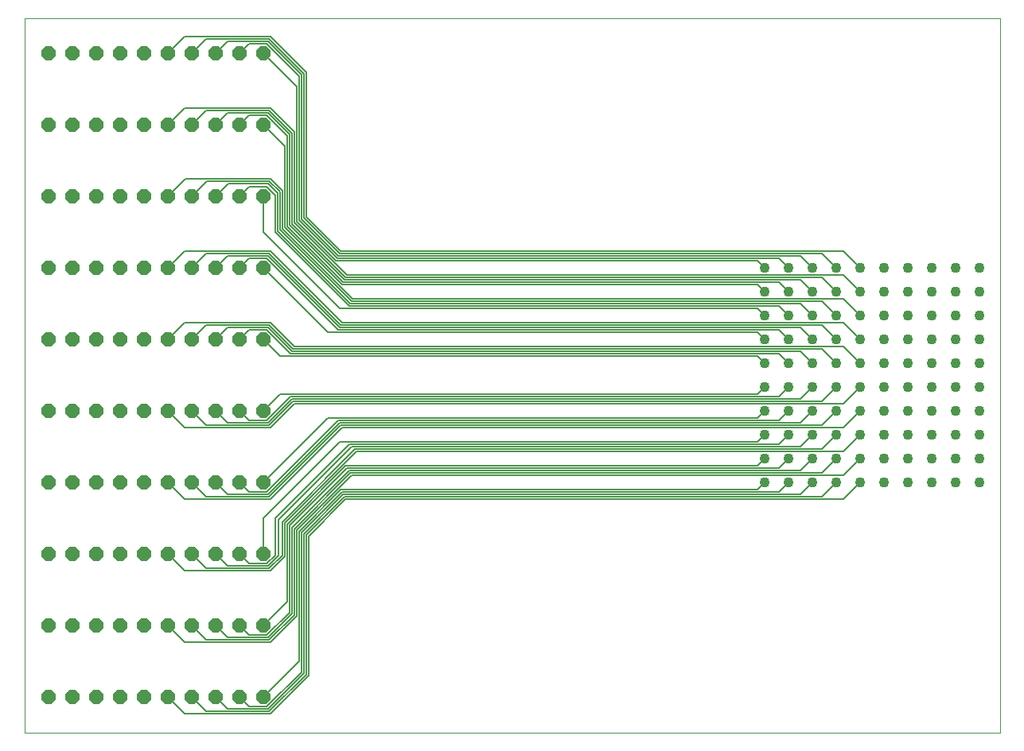
<source format=gtl>
G75*
%MOIN*%
%OFA0B0*%
%FSLAX25Y25*%
%IPPOS*%
%LPD*%
%AMOC8*
5,1,8,0,0,1.08239X$1,22.5*
%
%ADD10C,0.00000*%
%ADD11OC8,0.06000*%
%ADD12C,0.04331*%
%ADD13C,0.02400*%
%ADD14C,0.00500*%
D10*
X0001000Y0001000D02*
X0001000Y0300961D01*
X0409701Y0300961D01*
X0409701Y0001000D01*
X0001000Y0001000D01*
D11*
X0011000Y0016000D03*
X0021000Y0016000D03*
X0031000Y0016000D03*
X0041000Y0016000D03*
X0051000Y0016000D03*
X0061000Y0016000D03*
X0071000Y0016000D03*
X0081000Y0016000D03*
X0091000Y0016000D03*
X0101000Y0016000D03*
X0101000Y0046000D03*
X0091000Y0046000D03*
X0081000Y0046000D03*
X0071000Y0046000D03*
X0061000Y0046000D03*
X0051000Y0046000D03*
X0041000Y0046000D03*
X0031000Y0046000D03*
X0021000Y0046000D03*
X0011000Y0046000D03*
X0011000Y0076000D03*
X0021000Y0076000D03*
X0031000Y0076000D03*
X0041000Y0076000D03*
X0051000Y0076000D03*
X0061000Y0076000D03*
X0071000Y0076000D03*
X0081000Y0076000D03*
X0091000Y0076000D03*
X0101000Y0076000D03*
X0101000Y0106000D03*
X0091000Y0106000D03*
X0081000Y0106000D03*
X0071000Y0106000D03*
X0061000Y0106000D03*
X0051000Y0106000D03*
X0041000Y0106000D03*
X0031000Y0106000D03*
X0021000Y0106000D03*
X0011000Y0106000D03*
X0011000Y0136000D03*
X0021000Y0136000D03*
X0031000Y0136000D03*
X0041000Y0136000D03*
X0051000Y0136000D03*
X0061000Y0136000D03*
X0071000Y0136000D03*
X0081000Y0136000D03*
X0091000Y0136000D03*
X0101000Y0136000D03*
X0101000Y0166000D03*
X0091000Y0166000D03*
X0081000Y0166000D03*
X0071000Y0166000D03*
X0061000Y0166000D03*
X0051000Y0166000D03*
X0041000Y0166000D03*
X0031000Y0166000D03*
X0021000Y0166000D03*
X0011000Y0166000D03*
X0011000Y0196000D03*
X0021000Y0196000D03*
X0031000Y0196000D03*
X0041000Y0196000D03*
X0051000Y0196000D03*
X0061000Y0196000D03*
X0071000Y0196000D03*
X0081000Y0196000D03*
X0091000Y0196000D03*
X0101000Y0196000D03*
X0101000Y0226000D03*
X0091000Y0226000D03*
X0081000Y0226000D03*
X0071000Y0226000D03*
X0061000Y0226000D03*
X0051000Y0226000D03*
X0041000Y0226000D03*
X0031000Y0226000D03*
X0021000Y0226000D03*
X0011000Y0226000D03*
X0011000Y0256000D03*
X0021000Y0256000D03*
X0031000Y0256000D03*
X0041000Y0256000D03*
X0051000Y0256000D03*
X0061000Y0256000D03*
X0071000Y0256000D03*
X0081000Y0256000D03*
X0091000Y0256000D03*
X0101000Y0256000D03*
X0101000Y0286000D03*
X0091000Y0286000D03*
X0081000Y0286000D03*
X0071000Y0286000D03*
X0061000Y0286000D03*
X0051000Y0286000D03*
X0041000Y0286000D03*
X0031000Y0286000D03*
X0021000Y0286000D03*
X0011000Y0286000D03*
D12*
X0311000Y0196000D03*
X0311000Y0186000D03*
X0311000Y0176000D03*
X0321000Y0176000D03*
X0331000Y0176000D03*
X0341000Y0176000D03*
X0341000Y0186000D03*
X0331000Y0186000D03*
X0321000Y0186000D03*
X0321000Y0196000D03*
X0331000Y0196000D03*
X0341000Y0196000D03*
X0351000Y0196000D03*
X0361000Y0196000D03*
X0361000Y0186000D03*
X0351000Y0186000D03*
X0351000Y0176000D03*
X0361000Y0176000D03*
X0371000Y0176000D03*
X0381000Y0176000D03*
X0391000Y0176000D03*
X0391000Y0186000D03*
X0381000Y0186000D03*
X0371000Y0186000D03*
X0371000Y0196000D03*
X0381000Y0196000D03*
X0391000Y0196000D03*
X0401000Y0196000D03*
X0401000Y0186000D03*
X0401000Y0176000D03*
X0401000Y0166000D03*
X0401000Y0156000D03*
X0401000Y0146000D03*
X0401000Y0136000D03*
X0391000Y0136000D03*
X0381000Y0136000D03*
X0371000Y0136000D03*
X0371000Y0146000D03*
X0381000Y0146000D03*
X0391000Y0146000D03*
X0391000Y0156000D03*
X0381000Y0156000D03*
X0371000Y0156000D03*
X0371000Y0166000D03*
X0381000Y0166000D03*
X0391000Y0166000D03*
X0361000Y0166000D03*
X0351000Y0166000D03*
X0351000Y0156000D03*
X0361000Y0156000D03*
X0361000Y0146000D03*
X0351000Y0146000D03*
X0351000Y0136000D03*
X0361000Y0136000D03*
X0361000Y0126000D03*
X0351000Y0126000D03*
X0351000Y0116000D03*
X0361000Y0116000D03*
X0361000Y0106000D03*
X0351000Y0106000D03*
X0341000Y0106000D03*
X0331000Y0106000D03*
X0321000Y0106000D03*
X0321000Y0116000D03*
X0331000Y0116000D03*
X0341000Y0116000D03*
X0341000Y0126000D03*
X0331000Y0126000D03*
X0321000Y0126000D03*
X0311000Y0126000D03*
X0311000Y0116000D03*
X0311000Y0106000D03*
X0311000Y0136000D03*
X0311000Y0146000D03*
X0311000Y0156000D03*
X0311000Y0166000D03*
X0321000Y0166000D03*
X0331000Y0166000D03*
X0341000Y0166000D03*
X0341000Y0156000D03*
X0331000Y0156000D03*
X0321000Y0156000D03*
X0321000Y0146000D03*
X0331000Y0146000D03*
X0341000Y0146000D03*
X0341000Y0136000D03*
X0331000Y0136000D03*
X0321000Y0136000D03*
X0371000Y0126000D03*
X0381000Y0126000D03*
X0391000Y0126000D03*
X0391000Y0116000D03*
X0381000Y0116000D03*
X0371000Y0116000D03*
X0371000Y0106000D03*
X0381000Y0106000D03*
X0391000Y0106000D03*
X0401000Y0106000D03*
X0401000Y0116000D03*
X0401000Y0126000D03*
D13*
X0401000Y0126000D03*
X0401000Y0116000D03*
X0401000Y0106000D03*
X0391000Y0106000D03*
X0381000Y0106000D03*
X0371000Y0106000D03*
X0371000Y0116000D03*
X0381000Y0116000D03*
X0391000Y0116000D03*
X0391000Y0126000D03*
X0381000Y0126000D03*
X0371000Y0126000D03*
X0361000Y0126000D03*
X0351000Y0126000D03*
X0351000Y0116000D03*
X0361000Y0116000D03*
X0361000Y0106000D03*
X0351000Y0106000D03*
X0341000Y0106000D03*
X0331000Y0106000D03*
X0321000Y0106000D03*
X0321000Y0116000D03*
X0331000Y0116000D03*
X0341000Y0116000D03*
X0341000Y0126000D03*
X0331000Y0126000D03*
X0321000Y0126000D03*
X0311000Y0126000D03*
X0311000Y0116000D03*
X0311000Y0106000D03*
X0311000Y0136000D03*
X0311000Y0146000D03*
X0311000Y0156000D03*
X0311000Y0166000D03*
X0321000Y0166000D03*
X0331000Y0166000D03*
X0341000Y0166000D03*
X0341000Y0156000D03*
X0331000Y0156000D03*
X0321000Y0156000D03*
X0321000Y0146000D03*
X0331000Y0146000D03*
X0341000Y0146000D03*
X0341000Y0136000D03*
X0331000Y0136000D03*
X0321000Y0136000D03*
X0351000Y0136000D03*
X0361000Y0136000D03*
X0361000Y0146000D03*
X0351000Y0146000D03*
X0351000Y0156000D03*
X0361000Y0156000D03*
X0361000Y0166000D03*
X0351000Y0166000D03*
X0351000Y0176000D03*
X0361000Y0176000D03*
X0361000Y0186000D03*
X0351000Y0186000D03*
X0351000Y0196000D03*
X0361000Y0196000D03*
X0371000Y0196000D03*
X0381000Y0196000D03*
X0391000Y0196000D03*
X0391000Y0186000D03*
X0381000Y0186000D03*
X0371000Y0186000D03*
X0371000Y0176000D03*
X0381000Y0176000D03*
X0391000Y0176000D03*
X0401000Y0176000D03*
X0401000Y0186000D03*
X0401000Y0196000D03*
X0401000Y0166000D03*
X0401000Y0156000D03*
X0401000Y0146000D03*
X0401000Y0136000D03*
X0391000Y0136000D03*
X0381000Y0136000D03*
X0371000Y0136000D03*
X0371000Y0146000D03*
X0381000Y0146000D03*
X0391000Y0146000D03*
X0391000Y0156000D03*
X0381000Y0156000D03*
X0371000Y0156000D03*
X0371000Y0166000D03*
X0381000Y0166000D03*
X0391000Y0166000D03*
X0341000Y0176000D03*
X0331000Y0176000D03*
X0321000Y0176000D03*
X0321000Y0186000D03*
X0331000Y0186000D03*
X0341000Y0186000D03*
X0341000Y0196000D03*
X0331000Y0196000D03*
X0321000Y0196000D03*
X0311000Y0196000D03*
X0311000Y0186000D03*
X0311000Y0176000D03*
D14*
X0308000Y0179000D01*
X0133000Y0179000D01*
X0101000Y0211000D01*
X0101000Y0226000D01*
X0102500Y0230000D02*
X0095000Y0230000D01*
X0091000Y0226000D01*
X0086500Y0231500D02*
X0081000Y0226000D01*
X0077500Y0232500D02*
X0071000Y0226000D01*
X0068500Y0233500D02*
X0061000Y0226000D01*
X0068500Y0233500D02*
X0104000Y0233500D01*
X0109000Y0228500D01*
X0109000Y0212500D01*
X0138500Y0183000D01*
X0344000Y0183000D01*
X0351000Y0176000D01*
X0344000Y0173000D02*
X0134000Y0173000D01*
X0104000Y0203000D01*
X0068000Y0203000D01*
X0061000Y0196000D01*
X0071000Y0196000D02*
X0077000Y0202000D01*
X0103500Y0202000D01*
X0133500Y0172000D01*
X0335000Y0172000D01*
X0341000Y0166000D01*
X0344000Y0163000D02*
X0114000Y0163000D01*
X0104000Y0173000D01*
X0068000Y0173000D01*
X0061000Y0166000D01*
X0071000Y0166000D02*
X0077000Y0172000D01*
X0103500Y0172000D01*
X0113500Y0162000D01*
X0335000Y0162000D01*
X0341000Y0156000D01*
X0344000Y0163000D02*
X0351000Y0156000D01*
X0351000Y0146000D02*
X0344000Y0139000D01*
X0114000Y0139000D01*
X0104000Y0129000D01*
X0068000Y0129000D01*
X0061000Y0136000D01*
X0071000Y0136000D02*
X0077000Y0130000D01*
X0103500Y0130000D01*
X0113500Y0140000D01*
X0335000Y0140000D01*
X0341000Y0146000D01*
X0331000Y0146000D02*
X0326000Y0141000D01*
X0113000Y0141000D01*
X0103000Y0131000D01*
X0086000Y0131000D01*
X0081000Y0136000D01*
X0091000Y0136000D02*
X0095000Y0132000D01*
X0102500Y0132000D01*
X0112500Y0142000D01*
X0317000Y0142000D01*
X0321000Y0146000D01*
X0321000Y0136000D02*
X0317000Y0132000D01*
X0132500Y0132000D01*
X0102500Y0102000D01*
X0095000Y0102000D01*
X0091000Y0106000D01*
X0086000Y0101000D02*
X0081000Y0106000D01*
X0086000Y0101000D02*
X0103000Y0101000D01*
X0133000Y0131000D01*
X0326000Y0131000D01*
X0331000Y0136000D01*
X0335000Y0130000D02*
X0133500Y0130000D01*
X0103500Y0100000D01*
X0077000Y0100000D01*
X0071000Y0106000D01*
X0068000Y0099000D02*
X0061000Y0106000D01*
X0068000Y0099000D02*
X0104000Y0099000D01*
X0134000Y0129000D01*
X0344000Y0129000D01*
X0351000Y0136000D01*
X0341000Y0136000D02*
X0335000Y0130000D01*
X0331000Y0126000D02*
X0326000Y0121000D01*
X0138000Y0121000D01*
X0107500Y0090500D01*
X0107500Y0075500D01*
X0103000Y0071000D01*
X0086000Y0071000D01*
X0081000Y0076000D01*
X0077000Y0070000D02*
X0071000Y0076000D01*
X0068000Y0069000D02*
X0061000Y0076000D01*
X0068000Y0069000D02*
X0104000Y0069000D01*
X0110000Y0075000D01*
X0110000Y0089000D01*
X0140000Y0119000D01*
X0344000Y0119000D01*
X0351000Y0126000D01*
X0351000Y0116000D02*
X0344000Y0109000D01*
X0138000Y0109000D01*
X0115000Y0086000D01*
X0115000Y0050000D01*
X0104000Y0039000D01*
X0068000Y0039000D01*
X0061000Y0046000D01*
X0071000Y0046000D02*
X0077000Y0040000D01*
X0103500Y0040000D01*
X0114000Y0050500D01*
X0114000Y0086500D01*
X0137500Y0110000D01*
X0335000Y0110000D01*
X0341000Y0116000D01*
X0335000Y0120000D02*
X0139500Y0120000D01*
X0109000Y0089500D01*
X0109000Y0075500D01*
X0103500Y0070000D01*
X0077000Y0070000D01*
X0091000Y0076000D02*
X0095000Y0072000D01*
X0102500Y0072000D01*
X0106000Y0075500D01*
X0106000Y0091000D01*
X0137000Y0122000D01*
X0317000Y0122000D01*
X0321000Y0126000D01*
X0321000Y0116000D02*
X0317000Y0112000D01*
X0136000Y0112000D01*
X0112000Y0088000D01*
X0112000Y0051500D01*
X0102500Y0042000D01*
X0095000Y0042000D01*
X0091000Y0046000D01*
X0086000Y0041000D02*
X0081000Y0046000D01*
X0086000Y0041000D02*
X0103000Y0041000D01*
X0113000Y0051000D01*
X0113000Y0087000D01*
X0137000Y0111000D01*
X0326000Y0111000D01*
X0331000Y0116000D01*
X0335000Y0120000D02*
X0341000Y0126000D01*
X0341000Y0106000D02*
X0335000Y0100000D01*
X0135000Y0100000D01*
X0119000Y0084000D01*
X0119000Y0025500D01*
X0103500Y0010000D01*
X0077000Y0010000D01*
X0071000Y0016000D01*
X0068000Y0009000D02*
X0061000Y0016000D01*
X0068000Y0009000D02*
X0104000Y0009000D01*
X0120000Y0025000D01*
X0120000Y0083500D01*
X0135500Y0099000D01*
X0344000Y0099000D01*
X0351000Y0106000D01*
X0331000Y0106000D02*
X0326000Y0101000D01*
X0134500Y0101000D01*
X0118000Y0084500D01*
X0118000Y0026000D01*
X0103000Y0011000D01*
X0086000Y0011000D01*
X0081000Y0016000D01*
X0091000Y0016000D02*
X0095000Y0012000D01*
X0102500Y0012000D01*
X0117000Y0026500D01*
X0117000Y0085000D01*
X0134000Y0102000D01*
X0317000Y0102000D01*
X0321000Y0106000D01*
X0311000Y0106000D02*
X0308000Y0103000D01*
X0133500Y0103000D01*
X0116000Y0085500D01*
X0116000Y0031000D01*
X0101000Y0016000D01*
X0101000Y0046000D02*
X0111000Y0056000D01*
X0111000Y0088500D01*
X0135500Y0113000D01*
X0308000Y0113000D01*
X0311000Y0116000D01*
X0308000Y0123000D02*
X0133000Y0123000D01*
X0101000Y0091000D01*
X0101000Y0076000D01*
X0101000Y0106000D02*
X0128000Y0133000D01*
X0308000Y0133000D01*
X0311000Y0136000D01*
X0308000Y0143000D02*
X0108000Y0143000D01*
X0101000Y0136000D01*
X0108000Y0159000D02*
X0101000Y0166000D01*
X0102500Y0170000D02*
X0095000Y0170000D01*
X0091000Y0166000D01*
X0086000Y0171000D02*
X0081000Y0166000D01*
X0086000Y0171000D02*
X0103000Y0171000D01*
X0113000Y0161000D01*
X0326000Y0161000D01*
X0331000Y0156000D01*
X0321000Y0156000D02*
X0317000Y0160000D01*
X0112500Y0160000D01*
X0102500Y0170000D01*
X0108000Y0159000D02*
X0308000Y0159000D01*
X0311000Y0156000D01*
X0311000Y0146000D02*
X0308000Y0143000D01*
X0311000Y0126000D02*
X0308000Y0123000D01*
X0311000Y0166000D02*
X0308000Y0169000D01*
X0128000Y0169000D01*
X0101000Y0196000D01*
X0102500Y0200000D02*
X0095000Y0200000D01*
X0091000Y0196000D01*
X0086000Y0201000D02*
X0081000Y0196000D01*
X0086000Y0201000D02*
X0103000Y0201000D01*
X0133000Y0171000D01*
X0326000Y0171000D01*
X0331000Y0166000D01*
X0321000Y0166000D02*
X0317000Y0170000D01*
X0132500Y0170000D01*
X0102500Y0200000D01*
X0106000Y0211000D02*
X0106000Y0226500D01*
X0102500Y0230000D01*
X0103000Y0231500D02*
X0086500Y0231500D01*
X0077500Y0232500D02*
X0103500Y0232500D01*
X0108000Y0228000D01*
X0108000Y0212000D01*
X0138000Y0182000D01*
X0335000Y0182000D01*
X0341000Y0176000D01*
X0344000Y0173000D02*
X0351000Y0166000D01*
X0331000Y0176000D02*
X0326000Y0181000D01*
X0137500Y0181000D01*
X0107000Y0211500D01*
X0107000Y0227500D01*
X0103000Y0231500D01*
X0119000Y0217500D02*
X0119000Y0278000D01*
X0104000Y0293000D01*
X0068000Y0293000D01*
X0061000Y0286000D01*
X0071000Y0286000D02*
X0077000Y0292000D01*
X0103500Y0292000D01*
X0118000Y0277500D01*
X0118000Y0217000D01*
X0133000Y0202000D01*
X0335000Y0202000D01*
X0341000Y0196000D01*
X0344000Y0193000D02*
X0136000Y0193000D01*
X0114000Y0215000D01*
X0114000Y0253000D01*
X0104000Y0263000D01*
X0068000Y0263000D01*
X0061000Y0256000D01*
X0071000Y0256000D02*
X0077000Y0262000D01*
X0103500Y0262000D01*
X0113000Y0252500D01*
X0113000Y0214500D01*
X0135500Y0192000D01*
X0335000Y0192000D01*
X0341000Y0186000D01*
X0344000Y0193000D02*
X0351000Y0186000D01*
X0351000Y0196000D02*
X0344000Y0203000D01*
X0133500Y0203000D01*
X0119000Y0217500D01*
X0117000Y0216500D02*
X0117000Y0277000D01*
X0103000Y0291000D01*
X0086000Y0291000D01*
X0081000Y0286000D01*
X0091000Y0286000D02*
X0095000Y0290000D01*
X0102500Y0290000D01*
X0116000Y0276500D01*
X0116000Y0216000D01*
X0132000Y0200000D01*
X0317000Y0200000D01*
X0321000Y0196000D01*
X0326000Y0191000D02*
X0135000Y0191000D01*
X0112000Y0214000D01*
X0112000Y0252000D01*
X0103000Y0261000D01*
X0086000Y0261000D01*
X0081000Y0256000D01*
X0091000Y0256000D02*
X0095000Y0260000D01*
X0102500Y0260000D01*
X0111000Y0251500D01*
X0111000Y0213500D01*
X0134500Y0190000D01*
X0317000Y0190000D01*
X0321000Y0186000D01*
X0326000Y0191000D02*
X0331000Y0186000D01*
X0331000Y0196000D02*
X0326000Y0201000D01*
X0132500Y0201000D01*
X0117000Y0216500D01*
X0115000Y0215500D02*
X0115000Y0272000D01*
X0101000Y0286000D01*
X0101000Y0256000D02*
X0110000Y0247000D01*
X0110000Y0213000D01*
X0134000Y0189000D01*
X0308000Y0189000D01*
X0311000Y0186000D01*
X0317000Y0180000D02*
X0137000Y0180000D01*
X0106000Y0211000D01*
X0115000Y0215500D02*
X0131500Y0199000D01*
X0308000Y0199000D01*
X0311000Y0196000D01*
X0317000Y0180000D02*
X0321000Y0176000D01*
M02*

</source>
